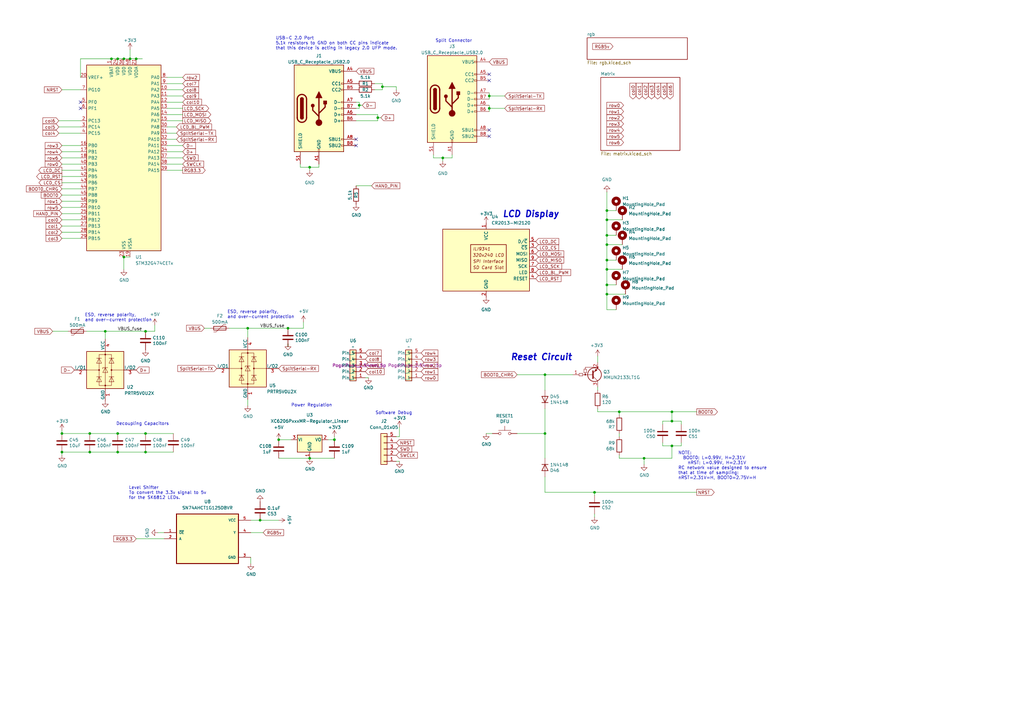
<source format=kicad_sch>
(kicad_sch (version 20231120) (generator "eeschema") (generator_version "8.0")
  (paper "A3")
  (junction (at 59.69 185.42))
  (junction (at 248.92 96.52))
  (junction (at 223.52 153.67))
  (junction (at 275.59 168.91))
  (junction (at 106.68 213.36))
  (junction (at 156.845 35.56))
  (junction (at 36.83 185.42))
  (junction (at 48.26 24.13))
  (junction (at 25.4 185.42))
  (junction (at 264.16 187.96))
  (junction (at 275.59 172.72))
  (junction (at 154.94 48.26))
  (junction (at 147.32 43.18))
  (junction (at 248.92 116.84))
  (junction (at 275.59 182.88))
  (junction (at 43.18 135.89))
  (junction (at 200.66 39.37))
  (junction (at 50.8 105.41))
  (junction (at 254 168.91))
  (junction (at 248.92 100.33))
  (junction (at 248.92 86.36))
  (junction (at 50.8 24.13))
  (junction (at 248.92 110.49))
  (junction (at 48.26 177.8))
  (junction (at 101.6 134.62))
  (junction (at 248.92 106.68))
  (junction (at 45.72 24.13))
  (junction (at 127 187.96) (diameter 0.9144))
  (junction (at 59.69 135.89))
  (junction (at 25.4 177.8))
  (junction (at 243.84 201.93))
  (junction (at 53.34 24.13))
  (junction (at 59.69 177.8))
  (junction (at 55.88 24.13))
  (junction (at 48.26 185.42))
  (junction (at 118.11 134.62))
  (junction (at 181.61 64.77))
  (junction (at 137.16 180.34))
  (junction (at 248.92 120.65))
  (junction (at 200.66 44.45))
  (junction (at 127 68.58))
  (junction (at 36.83 177.8))
  (junction (at 248.92 90.17))
  (junction (at 114.3 180.34))
  (junction (at 223.52 177.8))
  (no_connect (at 146.05 57.15))
  (no_connect (at 200.66 55.88))
  (no_connect (at 146.05 59.69))
  (no_connect (at 200.66 30.48))
  (no_connect (at 200.66 33.02))
  (no_connect (at 33.02 41.91))
  (no_connect (at 200.66 53.34))
  (no_connect (at 33.02 44.45))
  (wire (pts (xy 254 186.69) (xy 254 187.96)))
  (wire (pts (xy 25.4 82.55) (xy 33.02 82.55)))
  (wire (pts (xy 248.92 110.49) (xy 248.92 106.68)))
  (wire (pts (xy 59.69 135.89) (xy 63.5 135.89)))
  (wire (pts (xy 25.4 186.69) (xy 25.4 185.42)))
  (wire (pts (xy 68.58 36.83) (xy 74.93 36.83)))
  (wire (pts (xy 248.92 116.84) (xy 248.92 110.49)))
  (wire (pts (xy 275.59 172.72) (xy 275.59 168.91)))
  (wire (pts (xy 248.92 78.74) (xy 248.92 86.36)))
  (wire (pts (xy 101.6 134.62) (xy 118.11 134.62)))
  (wire (pts (xy 63.5 133.35) (xy 63.5 135.89)))
  (wire (pts (xy 68.58 52.07) (xy 72.39 52.07)))
  (wire (pts (xy 55.88 24.13) (xy 58.42 24.13)))
  (wire (pts (xy 24.13 54.61) (xy 33.02 54.61)))
  (wire (pts (xy 279.4 172.72) (xy 279.4 173.99)))
  (wire (pts (xy 147.32 41.91) (xy 147.32 43.18)))
  (wire (pts (xy 162.56 35.56) (xy 162.56 36.83)))
  (wire (pts (xy 243.84 210.82) (xy 243.84 212.09)))
  (wire (pts (xy 25.4 90.17) (xy 33.02 90.17)))
  (wire (pts (xy 245.11 168.91) (xy 254 168.91)))
  (wire (pts (xy 68.58 44.45) (xy 74.93 44.45)))
  (wire (pts (xy 248.92 96.52) (xy 248.92 90.17)))
  (wire (pts (xy 200.66 44.45) (xy 200.66 45.72)))
  (wire (pts (xy 106.68 213.36) (xy 102.87 213.36)))
  (wire (pts (xy 248.92 100.33) (xy 248.92 96.52)))
  (wire (pts (xy 154.94 49.53) (xy 154.94 48.26)))
  (wire (pts (xy 146.05 46.99) (xy 154.94 46.99)))
  (wire (pts (xy 181.61 64.77) (xy 185.42 64.77)))
  (wire (pts (xy 25.4 64.77) (xy 33.02 64.77)))
  (wire (pts (xy 24.13 52.07) (xy 33.02 52.07)))
  (wire (pts (xy 50.8 24.13) (xy 53.34 24.13)))
  (wire (pts (xy 25.4 176.53) (xy 25.4 177.8)))
  (wire (pts (xy 93.98 134.62) (xy 101.6 134.62)))
  (wire (pts (xy 45.72 24.13) (xy 48.26 24.13)))
  (wire (pts (xy 146.05 76.2) (xy 152.4 76.2)))
  (wire (pts (xy 271.78 172.72) (xy 275.59 172.72)))
  (wire (pts (xy 163.83 175.26) (xy 163.83 179.07)))
  (wire (pts (xy 25.4 87.63) (xy 33.02 87.63)))
  (wire (pts (xy 245.11 160.02) (xy 245.11 158.75)))
  (wire (pts (xy 181.61 66.04) (xy 181.61 64.77)))
  (wire (pts (xy 24.13 49.53) (xy 33.02 49.53)))
  (wire (pts (xy 68.58 49.53) (xy 74.93 49.53)))
  (wire (pts (xy 156.845 36.83) (xy 156.845 35.56)))
  (wire (pts (xy 68.58 67.31) (xy 74.93 67.31)))
  (wire (pts (xy 248.92 120.65) (xy 248.92 127)))
  (wire (pts (xy 248.92 127) (xy 252.73 127)))
  (wire (pts (xy 114.3 213.36) (xy 106.68 213.36)))
  (wire (pts (xy 223.52 177.8) (xy 223.52 187.96)))
  (wire (pts (xy 72.39 54.61) (xy 68.58 54.61)))
  (wire (pts (xy 25.4 97.79) (xy 33.02 97.79)))
  (wire (pts (xy 25.4 85.09) (xy 33.02 85.09)))
  (wire (pts (xy 127 187.96) (xy 137.16 187.96)))
  (wire (pts (xy 248.92 100.33) (xy 255.27 100.33)))
  (wire (pts (xy 25.4 62.23) (xy 33.02 62.23)))
  (wire (pts (xy 156.845 35.56) (xy 162.56 35.56)))
  (wire (pts (xy 137.16 179.07) (xy 137.16 180.34)))
  (wire (pts (xy 223.52 153.67) (xy 234.95 153.67)))
  (wire (pts (xy 177.8 63.5) (xy 177.8 64.77)))
  (wire (pts (xy 53.34 20.32) (xy 53.34 24.13)))
  (wire (pts (xy 275.59 168.91) (xy 285.75 168.91)))
  (wire (pts (xy 25.4 59.69) (xy 33.02 59.69)))
  (wire (pts (xy 248.92 116.84) (xy 248.92 120.65)))
  (wire (pts (xy 50.8 110.49) (xy 50.8 105.41)))
  (wire (pts (xy 68.58 64.77) (xy 74.93 64.77)))
  (wire (pts (xy 83.82 134.62) (xy 86.36 134.62)))
  (wire (pts (xy 163.83 179.07) (xy 162.56 179.07)))
  (wire (pts (xy 271.78 173.99) (xy 271.78 172.72)))
  (wire (pts (xy 223.52 201.93) (xy 243.84 201.93)))
  (wire (pts (xy 48.26 24.13) (xy 50.8 24.13)))
  (wire (pts (xy 36.83 177.8) (xy 25.4 177.8)))
  (wire (pts (xy 271.78 182.88) (xy 271.78 181.61)))
  (wire (pts (xy 146.05 49.53) (xy 154.94 49.53)))
  (wire (pts (xy 200.66 39.37) (xy 207.01 39.37)))
  (wire (pts (xy 68.58 31.75) (xy 74.93 31.75)))
  (wire (pts (xy 254 170.18) (xy 254 168.91)))
  (wire (pts (xy 275.59 182.88) (xy 275.59 187.96)))
  (wire (pts (xy 25.4 72.39) (xy 33.02 72.39)))
  (wire (pts (xy 147.32 43.18) (xy 147.32 44.45)))
  (wire (pts (xy 33.02 24.13) (xy 45.72 24.13)))
  (wire (pts (xy 102.87 218.44) (xy 107.95 218.44)))
  (wire (pts (xy 212.09 153.67) (xy 223.52 153.67)))
  (wire (pts (xy 25.4 74.93) (xy 33.02 74.93)))
  (wire (pts (xy 254 187.96) (xy 264.16 187.96)))
  (wire (pts (xy 101.6 163.83) (xy 101.6 166.37)))
  (wire (pts (xy 256.54 120.65) (xy 248.92 120.65)))
  (wire (pts (xy 25.4 69.85) (xy 33.02 69.85)))
  (wire (pts (xy 50.8 105.41) (xy 53.34 105.41)))
  (wire (pts (xy 200.66 43.18) (xy 200.66 44.45)))
  (wire (pts (xy 102.87 231.14) (xy 102.87 228.6)))
  (wire (pts (xy 245.11 148.59) (xy 245.11 146.05)))
  (wire (pts (xy 68.58 62.23) (xy 74.93 62.23)))
  (wire (pts (xy 114.3 180.34) (xy 119.38 180.34)))
  (wire (pts (xy 134.62 180.34) (xy 137.16 180.34)))
  (wire (pts (xy 21.59 135.89) (xy 27.94 135.89)))
  (wire (pts (xy 68.58 39.37) (xy 74.93 39.37)))
  (wire (pts (xy 243.84 201.93) (xy 285.75 201.93)))
  (wire (pts (xy 118.11 134.62) (xy 124.46 134.62)))
  (wire (pts (xy 275.59 172.72) (xy 279.4 172.72)))
  (wire (pts (xy 201.93 177.8) (xy 199.39 177.8)))
  (wire (pts (xy 146.05 44.45) (xy 147.32 44.45)))
  (wire (pts (xy 55.88 220.98) (xy 67.31 220.98)))
  (wire (pts (xy 33.02 31.75) (xy 33.02 24.13)))
  (wire (pts (xy 124.46 132.08) (xy 124.46 134.62)))
  (wire (pts (xy 200.66 38.1) (xy 200.66 39.37)))
  (wire (pts (xy 130.81 68.58) (xy 130.81 67.31)))
  (wire (pts (xy 154.94 46.99) (xy 154.94 48.26)))
  (wire (pts (xy 68.58 59.69) (xy 74.93 59.69)))
  (wire (pts (xy 177.8 64.77) (xy 181.61 64.77)))
  (wire (pts (xy 162.56 189.23) (xy 163.83 189.23)))
  (wire (pts (xy 248.92 110.49) (xy 255.27 110.49)))
  (wire (pts (xy 264.16 190.5) (xy 264.16 187.96)))
  (wire (pts (xy 123.19 68.58) (xy 127 68.58)))
  (wire (pts (xy 43.18 135.89) (xy 59.69 135.89)))
  (wire (pts (xy 264.16 187.96) (xy 275.59 187.96)))
  (wire (pts (xy 245.11 167.64) (xy 245.11 168.91)))
  (wire (pts (xy 271.78 182.88) (xy 275.59 182.88)))
  (wire (pts (xy 248.92 86.36) (xy 252.73 86.36)))
  (wire (pts (xy 147.32 43.18) (xy 148.59 43.18)))
  (wire (pts (xy 243.84 203.2) (xy 243.84 201.93)))
  (wire (pts (xy 154.94 48.26) (xy 156.21 48.26)))
  (wire (pts (xy 200.66 44.45) (xy 207.01 44.45)))
  (wire (pts (xy 127 187.96) (xy 114.3 187.96)))
  (wire (pts (xy 25.4 80.01) (xy 33.02 80.01)))
  (wire (pts (xy 25.4 77.47) (xy 33.02 77.47)))
  (wire (pts (xy 53.34 24.13) (xy 55.88 24.13)))
  (wire (pts (xy 149.86 154.94) (xy 151.13 154.94)))
  (wire (pts (xy 68.58 46.99) (xy 74.93 46.99)))
  (wire (pts (xy 254 177.8) (xy 254 179.07)))
  (wire (pts (xy 146.05 41.91) (xy 147.32 41.91)))
  (wire (pts (xy 59.69 185.42) (xy 71.12 185.42)))
  (wire (pts (xy 48.26 185.42) (xy 59.69 185.42)))
  (wire (pts (xy 127 68.58) (xy 130.81 68.58)))
  (wire (pts (xy 72.39 57.15) (xy 68.58 57.15)))
  (wire (pts (xy 64.77 218.44) (xy 67.31 218.44)))
  (wire (pts (xy 200.66 39.37) (xy 200.66 40.64)))
  (wire (pts (xy 248.92 90.17) (xy 255.27 90.17)))
  (wire (pts (xy 223.52 167.64) (xy 223.52 177.8)))
  (wire (pts (xy 223.52 160.02) (xy 223.52 153.67)))
  (wire (pts (xy 127 69.85) (xy 127 68.58)))
  (wire (pts (xy 48.26 177.8) (xy 36.83 177.8)))
  (wire (pts (xy 68.58 34.29) (xy 74.93 34.29)))
  (wire (pts (xy 25.4 36.83) (xy 33.02 36.83)))
  (wire (pts (xy 48.26 185.42) (xy 36.83 185.42)))
  (wire (pts (xy 153.67 36.83) (xy 156.845 36.83)))
  (wire (pts (xy 223.52 195.58) (xy 223.52 201.93)))
  (wire (pts (xy 252.73 116.84) (xy 248.92 116.84)))
  (wire (pts (xy 48.26 177.8) (xy 59.69 177.8)))
  (wire (pts (xy 118.11 140.97) (xy 118.11 142.24)))
  (wire (pts (xy 101.6 134.62) (xy 101.6 138.43)))
  (wire (pts (xy 123.19 67.31) (xy 123.19 68.58)))
  (wire (pts (xy 248.92 96.52) (xy 252.73 96.52)))
  (wire (pts (xy 279.4 182.88) (xy 279.4 181.61)))
  (wire (pts (xy 153.67 34.29) (xy 156.845 34.29)))
  (wire (pts (xy 248.92 106.68) (xy 248.92 100.33)))
  (wire (pts (xy 248.92 90.17) (xy 248.92 86.36)))
  (wire (pts (xy 59.69 177.8) (xy 71.12 177.8)))
  (wire (pts (xy 43.18 135.89) (xy 43.18 139.065)))
  (wire (pts (xy 35.56 135.89) (xy 43.18 135.89)))
  (wire (pts (xy 25.4 67.31) (xy 33.02 67.31)))
  (wire (pts (xy 185.42 64.77) (xy 185.42 63.5)))
  (wire (pts (xy 25.4 95.25) (xy 33.02 95.25)))
  (wire (pts (xy 156.845 35.56) (xy 156.845 34.29)))
  (wire (pts (xy 68.58 69.85) (xy 74.93 69.85)))
  (wire (pts (xy 275.59 182.88) (xy 279.4 182.88)))
  (wire (pts (xy 254 168.91) (xy 275.59 168.91)))
  (wire (pts (xy 25.4 92.71) (xy 33.02 92.71)))
  (wire (pts (xy 68.58 41.91) (xy 74.93 41.91)))
  (wire (pts (xy 248.92 106.68) (xy 252.73 106.68)))
  (wire (pts (xy 212.09 177.8) (xy 223.52 177.8)))
  (wire (pts (xy 36.83 185.42) (xy 25.4 185.42)))
  (text "Power Regulation" (at 119.38 167.005 0) (effects (font (size 1.27 1.27)) (justify left bottom)))
  (text "Decoupling Capacitors" (at 47.625 174.625 0) (effects (font (size 1.27 1.27)) (justify left bottom)))
  (text "USB-C 2.0 Port\n5.1k resistors to GND on both CC pins indicate\nthat this device is acting in legacy 2.0 UFP mode." (at 113.03 20.574 0) (effects (font (size 1.27 1.27)) (justify left bottom)))
  (text "ESD, reverse polarity,\nand over-current protection" (at 34.798 132.08 0) (effects (font (size 1.27 1.27)) (justify left bottom)))
  (text "Split Connector" (at 178.562 17.526 0) (effects (font (size 1.27 1.27)) (justify left bottom)))
  (text "Software Debug" (at 153.924 170.18 0) (effects (font (size 1.27 1.27)) (justify left bottom)))
  (text "Level Shifter\nTo convert the 3.3v signal to 5v\nfor the SK6812 LEDs." (at 52.832 204.978 0) (effects (font (size 1.27 1.27)) (justify left bottom)))
  (text "ESD, reverse polarity,\nand over-current protection" (at 93.218 130.81 0) (effects (font (size 1.27 1.27)) (justify left bottom)))
  (text "NOTE:\n  BOOT0: L=0.99V, H=2.31V\n    nRST: L=0.99V, H=2.31V\nRC network value designed to ensure\nthat at time of sampling:\nnRST=2.31V=H, BOOT0=2.75V=H" (at 278.13 196.85 0) (effects (font (size 1.27 1.27)) (justify left bottom)))
  (text "Reset Circuit" (at 209.296 148.082 0) (effects (font (size 2.54 2.54) (thickness 0.508) (bold yes) (italic yes)) (justify left bottom)))
  (text "LCD Display" (at 205.994 89.408 0) (effects (font (size 2.54 2.54) (thickness 0.508) (bold yes) (italic yes)) (justify left bottom)))
  (label "VBUS_fuse" (at 106.68 134.62 0))
  (label "VBUS_fuse" (at 48.26 135.89 0))
  (global_label "SplitSerial-TX" (shape input) (at 88.9 151.13 180) (property "Intersheetrefs" "${INTERSHEET_REFS}" (effects (hide yes))))
  (global_label "LCD_MISO" (shape input) (at 219.71 106.68 0) (property "Intersheetrefs" "${INTERSHEET_REFS}" (effects (hide yes))))
  (global_label "LCD_CS" (shape output) (at 25.4 74.93 180) (property "Intersheetrefs" "${INTERSHEET_REFS}" (effects (hide yes))))
  (global_label "SWCLK" (shape input) (at 74.93 67.31 0) (property "Intersheetrefs" "${INTERSHEET_REFS}" (effects (hide yes))))
  (global_label "VBUS" (shape input) (at 200.66 25.4 0) (property "Intersheetrefs" "${INTERSHEET_REFS}" (effects (hide yes))))
  (global_label "LCD_BL_PWM" (shape input) (at 72.39 52.07 0) (property "Intersheetrefs" "${INTERSHEET_REFS}" (effects (hide yes))))
  (global_label "D-" (shape input) (at 74.93 59.69 0) (property "Intersheetrefs" "${INTERSHEET_REFS}" (effects (hide yes))))
  (global_label "row1" (shape input) (at 255.778 45.72 180) (property "Intersheetrefs" "${INTERSHEET_REFS}" (effects (hide yes))))
  (global_label "VBUS" (shape input) (at 83.82 134.62 180) (property "Intersheetrefs" "${INTERSHEET_REFS}" (effects (hide yes))))
  (global_label "LCD_MOSI" (shape output) (at 74.93 46.99 0) (property "Intersheetrefs" "${INTERSHEET_REFS}" (effects (hide yes))))
  (global_label "BOOT0" (shape output) (at 285.75 168.91 0) (property "Intersheetrefs" "${INTERSHEET_REFS}" (effects (hide yes))))
  (global_label "col9" (shape input) (at 74.93 39.37 0) (property "Intersheetrefs" "${INTERSHEET_REFS}" (effects (hide yes))))
  (global_label "D+" (shape input) (at 74.93 62.23 0) (property "Intersheetrefs" "${INTERSHEET_REFS}" (effects (hide yes))))
  (global_label "col0" (shape input) (at 25.4 90.17 180) (property "Intersheetrefs" "${INTERSHEET_REFS}" (effects (hide yes))))
  (global_label "row2" (shape input) (at 255.778 48.26 180) (property "Intersheetrefs" "${INTERSHEET_REFS}" (effects (hide yes))))
  (global_label "NRST" (shape input) (at 25.4 36.83 180) (property "Intersheetrefs" "${INTERSHEET_REFS}" (effects (hide yes))))
  (global_label "row0" (shape input) (at 172.72 154.94 0) (property "Intersheetrefs" "${INTERSHEET_REFS}" (effects (hide yes))))
  (global_label "SWCLK" (shape input) (at 162.56 186.69 0) (property "Intersheetrefs" "${INTERSHEET_REFS}" (effects (hide yes))))
  (global_label "col10" (shape input) (at 149.86 152.4 0) (property "Intersheetrefs" "${INTERSHEET_REFS}" (effects (hide yes))))
  (global_label "col1" (shape input) (at 25.4 92.71 180) (property "Intersheetrefs" "${INTERSHEET_REFS}" (effects (hide yes))))
  (global_label "RGB3.3" (shape output) (at 74.93 69.85 0) (property "Intersheetrefs" "${INTERSHEET_REFS}" (effects (hide yes))))
  (global_label "row3" (shape input) (at 172.72 147.32 0) (property "Intersheetrefs" "${INTERSHEET_REFS}" (effects (hide yes))))
  (global_label "row1" (shape input) (at 172.72 152.4 0) (property "Intersheetrefs" "${INTERSHEET_REFS}" (effects (hide yes))))
  (global_label "VBUS" (shape input) (at 146.05 29.21 0) (property "Intersheetrefs" "${INTERSHEET_REFS}" (effects (hide yes))))
  (global_label "LCD_CS" (shape input) (at 219.71 101.6 0) (property "Intersheetrefs" "${INTERSHEET_REFS}" (effects (hide yes))))
  (global_label "col8" (shape input) (at 149.86 147.32 0) (property "Intersheetrefs" "${INTERSHEET_REFS}" (effects (hide yes))))
  (global_label "col6" (shape input) (at 274.828 40.64 90) (property "Intersheetrefs" "${INTERSHEET_REFS}" (effects (hide yes))))
  (global_label "col7" (shape input) (at 149.86 144.78 0) (property "Intersheetrefs" "${INTERSHEET_REFS}" (effects (hide yes))))
  (global_label "row2" (shape input) (at 74.93 31.75 0) (property "Intersheetrefs" "${INTERSHEET_REFS}" (effects (hide yes))))
  (global_label "row6" (shape input) (at 25.4 64.77 180) (property "Intersheetrefs" "${INTERSHEET_REFS}" (effects (hide yes))))
  (global_label "RGB3.3" (shape input) (at 55.88 220.98 180) (property "Intersheetrefs" "${INTERSHEET_REFS}" (effects (hide yes))))
  (global_label "col3" (shape input) (at 25.4 97.79 180) (property "Intersheetrefs" "${INTERSHEET_REFS}" (effects (hide yes))))
  (global_label "BOOT0_CHRG" (shape input) (at 212.09 153.67 180) (property "Intersheetrefs" "${INTERSHEET_REFS}" (effects (hide yes))))
  (global_label "col5" (shape input) (at 24.13 52.07 180) (property "Intersheetrefs" "${INTERSHEET_REFS}" (effects (hide yes))))
  (global_label "SplitSerial-TX" (shape input) (at 72.39 54.61 0) (property "Intersheetrefs" "${INTERSHEET_REFS}" (effects (hide yes))))
  (global_label "SWD" (shape input) (at 74.93 64.77 0) (property "Intersheetrefs" "${INTERSHEET_REFS}" (effects (hide yes))))
  (global_label "LCD_SCK" (shape output) (at 74.93 44.45 0) (property "Intersheetrefs" "${INTERSHEET_REFS}" (effects (hide yes))))
  (global_label "col5" (shape input) (at 272.288 40.64 90) (property "Intersheetrefs" "${INTERSHEET_REFS}" (effects (hide yes))))
  (global_label "row4" (shape input) (at 255.778 53.34 180) (property "Intersheetrefs" "${INTERSHEET_REFS}" (effects (hide yes))))
  (global_label "row2" (shape input) (at 172.72 149.86 0) (property "Intersheetrefs" "${INTERSHEET_REFS}" (effects (hide yes))))
  (global_label "SWD" (shape input) (at 162.56 184.15 0) (property "Intersheetrefs" "${INTERSHEET_REFS}" (effects (hide yes))))
  (global_label "RGB5v" (shape input) (at 251.46 19.05 180) (property "Intersheetrefs" "${INTERSHEET_REFS}" (effects (hide yes))))
  (global_label "SplitSerial-RX" (shape input) (at 207.01 44.45 0) (property "Intersheetrefs" "${INTERSHEET_REFS}" (effects (hide yes))))
  (global_label "SplitSerial-RX" (shape input) (at 114.3 151.13 0) (property "Intersheetrefs" "${INTERSHEET_REFS}" (effects (hide yes))))
  (global_label "NRST" (shape input) (at 162.56 181.61 0) (property "Intersheetrefs" "${INTERSHEET_REFS}" (effects (hide yes))))
  (global_label "col9" (shape input) (at 149.86 149.86 0) (property "Intersheetrefs" "${INTERSHEET_REFS}" (effects (hide yes))))
  (global_label "D-" (shape input) (at 148.59 43.18 0) (property "Intersheetrefs" "${INTERSHEET_REFS}" (effects (hide yes))))
  (global_label "row0" (shape input) (at 25.4 67.31 180) (property "Intersheetrefs" "${INTERSHEET_REFS}" (effects (hide yes))))
  (global_label "col2" (shape input) (at 264.668 40.64 90) (property "Intersheetrefs" "${INTERSHEET_REFS}" (effects (hide yes))))
  (global_label "row5" (shape input) (at 255.778 55.88 180) (property "Intersheetrefs" "${INTERSHEET_REFS}" (effects (hide yes))))
  (global_label "BOOT0" (shape input) (at 25.4 80.01 180) (property "Intersheetrefs" "${INTERSHEET_REFS}" (effects (hide yes))))
  (global_label "LCD_BL_PWM" (shape input) (at 219.71 111.76 0) (property "Intersheetrefs" "${INTERSHEET_REFS}" (effects (hide yes))))
  (global_label "row3" (shape input) (at 255.778 50.8 180) (property "Intersheetrefs" "${INTERSHEET_REFS}" (effects (hide yes))))
  (global_label "row5" (shape input) (at 25.4 85.09 180) (property "Intersheetrefs" "${INTERSHEET_REFS}" (effects (hide yes))))
  (global_label "row4" (shape input) (at 25.4 62.23 180) (property "Intersheetrefs" "${INTERSHEET_REFS}" (effects (hide yes))))
  (global_label "col7" (shape input) (at 74.93 34.29 0) (property "Intersheetrefs" "${INTERSHEET_REFS}" (effects (hide yes))))
  (global_label "HAND_PIN" (shape input) (at 152.4 76.2 0) (property "Intersheetrefs" "${INTERSHEET_REFS}" (effects (hide yes))))
  (global_label "col2" (shape input) (at 25.4 95.25 180) (property "Intersheetrefs" "${INTERSHEET_REFS}" (effects (hide yes))))
  (global_label "LCD_MOSI" (shape input) (at 219.71 104.14 0) (property "Intersheetrefs" "${INTERSHEET_REFS}" (effects (hide yes))))
  (global_label "BOOT0_CHRG" (shape input) (at 25.4 77.47 180) (property "Intersheetrefs" "${INTERSHEET_REFS}" (effects (hide yes))))
  (global_label "LCD_DC" (shape input) (at 219.71 99.06 0) (property "Intersheetrefs" "${INTERSHEET_REFS}" (effects (hide yes))))
  (global_label "row4" (shape input) (at 172.72 144.78 0) (property "Intersheetrefs" "${INTERSHEET_REFS}" (effects (hide yes))))
  (global_label "col10" (shape input) (at 74.93 41.91 0) (property "Intersheetrefs" "${INTERSHEET_REFS}" (effects (hide yes))))
  (global_label "col3" (shape input) (at 267.208 40.64 90) (property "Intersheetrefs" "${INTERSHEET_REFS}" (effects (hide yes))))
  (global_label "NRST" (shape output) (at 285.75 201.93 0) (property "Intersheetrefs" "${INTERSHEET_REFS}" (effects (hide yes))))
  (global_label "SplitSerial-RX" (shape input) (at 72.39 57.15 0) (property "Intersheetrefs" "${INTERSHEET_REFS}" (effects (hide yes))))
  (global_label "LCD_DC" (shape output) (at 25.4 69.85 180) (property "Intersheetrefs" "${INTERSHEET_REFS}" (effects (hide yes))))
  (global_label "LCD_RST" (shape output) (at 25.4 72.39 180) (property "Intersheetrefs" "${INTERSHEET_REFS}" (effects (hide yes))))
  (global_label "col1" (shape input) (at 262.128 40.64 90) (property "Intersheetrefs" "${INTERSHEET_REFS}" (effects (hide yes))))
  (global_label "row6" (shape input) (at 255.778 58.42 180) (property "Intersheetrefs" "${INTERSHEET_REFS}" (effects (hide yes))))
  (global_label "D+" (shape input) (at 156.21 48.26 0) (property "Intersheetrefs" "${INTERSHEET_REFS}" (effects (hide yes))))
  (global_label "col4" (shape input) (at 269.748 40.64 90) (property "Intersheetrefs" "${INTERSHEET_REFS}" (effects (hide yes))))
  (global_label "col0" (shape input) (at 259.588 40.64 90) (property "Intersheetrefs" "${INTERSHEET_REFS}" (effects (hide yes))))
  (global_label "D+" (shape input) (at 55.88 151.765 0) (property "Intersheetrefs" "${INTERSHEET_REFS}" (effects (hide yes))))
  (global_label "D-" (shape input) (at 30.48 151.765 180) (property "Intersheetrefs" "${INTERSHEET_REFS}" (effects (hide yes))))
  (global_label "row1" (shape input) (at 25.4 82.55 180) (property "Intersheetrefs" "${INTERSHEET_REFS}" (effects (hide yes))))
  (global_label "RGB5v" (shape input) (at 107.95 218.44 0) (property "Intersheetrefs" "${INTERSHEET_REFS}" (effects (hide yes))))
  (global_label "col6" (shape input) (at 24.13 49.53 180) (property "Intersheetrefs" "${INTERSHEET_REFS}" (effects (hide yes))))
  (global_label "LCD_MISO" (shape output) (at 74.93 49.53 0) (property "Intersheetrefs" "${INTERSHEET_REFS}" (effects (hide yes))))
  (global_label "LCD_SCK" (shape input) (at 219.71 109.22 0) (property "Intersheetrefs" "${INTERSHEET_REFS}" (effects (hide yes))))
  (global_label "HAND_PIN" (shape input) (at 25.4 87.63 180) (property "Intersheetrefs" "${INTERSHEET_REFS}" (effects (hide yes))))
  (global_label "col8" (shape input) (at 74.93 36.83 0) (property "Intersheetrefs" "${INTERSHEET_REFS}" (effects (hide yes))))
  (global_label "row3" (shape input) (at 25.4 59.69 180) (property "Intersheetrefs" "${INTERSHEET_REFS}" (effects (hide yes))))
  (global_label "row0" (shape input) (at 255.778 43.18 180) (property "Intersheetrefs" "${INTERSHEET_REFS}" (effects (hide yes))))
  (global_label "col4" (shape input) (at 24.13 54.61 180) (property "Intersheetrefs" "${INTERSHEET_REFS}" (effects (hide yes))))
  (global_label "LCD_RST" (shape input) (at 219.71 114.3 0) (property "Intersheetrefs" "${INTERSHEET_REFS}" (effects (hide yes))))
  (global_label "SplitSerial-TX" (shape input) (at 207.01 39.37 0) (property "Intersheetrefs" "${INTERSHEET_REFS}" (effects (hide yes))))
  (global_label "VBUS" (shape input) (at 21.59 135.89 180) (property "Intersheetrefs" "${INTERSHEET_REFS}" (effects (hide yes))))
  (symbol (lib_id "Device:R") (at 245.11 163.83 0) (unit 1)
    (property "Reference" "R6" (at 246.888 162.6616 0) (effects (justify left)))
    (property "Value" "120" (at 246.888 164.973 0) (effects (justify left)))
    (property "Footprint" "Resistor_SMD:R_0805_2012Metric" (effects (hide yes)))
  )
  (symbol (lib_id "Device:R") (at 254 182.88 0) (mirror y) (unit 1)
    (property "Reference" "R9" (at 252.222 181.7116 0) (effects (justify left)))
    (property "Value" "68k" (at 252.222 184.023 0) (effects (justify left)))
    (property "Footprint" "Resistor_SMD:R_0805_2012Metric" (effects (hide yes)))
  )
  (symbol (lib_id "power:GND") (at 127 187.96 0) (unit 1)
    (property "Reference" "#PWR015" (effects (hide yes)))
    (property "Value" "GND" (at 127.127 192.3542 0))
  )
  (symbol (lib_id "power:+5V") (at 114.3 180.34 0) (unit 1)
    (property "Reference" "#PWR013" (effects (hide yes)))
    (property "Value" "+5V" (at 114.3 175.26 0))
  )
  (symbol (lib_id "Device:C") (at 137.16 184.15 0) (unit 1)
    (property "Reference" "C109" (at 140.081 182.9816 0) (effects (justify left)))
    (property "Value" "1uF" (at 140.081 185.293 0) (effects (justify left)))
    (property "Footprint" "Capacitor_SMD:C_0402_1005Metric" (effects (hide yes)))
    (property "LCSC" "C307331" (effects (hide yes)))
  )
  (symbol (lib_id "Djinn-rescue:GND-power") (at 264.16 190.5 0) (unit 1)
    (property "Reference" "#PWR086" (effects (hide yes)))
    (property "Value" "GND" (at 264.287 194.8942 0))
  )
  (symbol (lib_id "power:GND") (at 59.69 143.51 0) (unit 1)
    (property "Reference" "#PWR010" (effects (hide yes)))
    (property "Value" "GND" (at 59.69 147.955 0))
  )
  (symbol (lib_id "power:GND") (at 50.8 110.49 0) (unit 1)
    (property "Reference" "#PWR064" (effects (hide yes)))
    (property "Value" "GND" (at 50.927 114.8842 0))
  )
  (symbol (lib_id "power:GND") (at 64.77 218.44 270) (unit 1)
    (property "Reference" "#PWR069" (effects (hide yes)))
    (property "Value" "GND" (at 60.3758 218.567 0))
  )
  (symbol (lib_id "Device:C") (at 59.69 139.7 0) (unit 1)
    (property "Reference" "C110" (at 62.611 138.5316 0) (effects (justify left)))
    (property "Value" "100nF" (at 62.611 140.843 0) (effects (justify left)))
    (property "Footprint" "Capacitor_SMD:C_0402_1005Metric" (effects (hide yes)))
    (property "LCSC" "C307331" (effects (hide yes)))
  )
  (symbol (lib_name "+5V_1") (lib_id "power:+5V") (at 124.46 132.08 0) (unit 1)
    (property "Reference" "#PWR04" (effects (hide yes)))
    (property "Value" "+5V" (at 124.46 127.635 0))
  )
  (symbol (lib_id "power:+3V3") (at 53.34 20.32 0) (unit 1)
    (property "Reference" "#PWR062" (effects (hide yes)))
    (property "Value" "+3V3" (at 53.34 16.51 0))
  )
  (symbol (lib_id "Driver_Display:CR2013-MI2120") (at 199.39 106.68 0) (unit 1)
    (property "Reference" "U4" (at 201.5841 88.9 0) (effects (justify left)))
    (property "Value" "CR2013-MI2120" (at 201.5841 91.44 0) (effects (justify left)))
    (property "Footprint" "Display:CR2013-MI2120" (effects (hide yes)))
    (property "Datasheet" "http://pan.baidu.com/s/11Y990" (effects (hide yes)))
    (property "Description" "ILI9341 controller, SPI TFT LCD Display, 9-pin breakout PCB, 4-pin SD card interface, 5V/3.3V" (effects (hide yes)))
  )
  (symbol (lib_id "Device:C") (at 36.83 181.61 0) (unit 1)
    (property "Reference" "C46" (at 39.751 180.4416 0) (effects (justify left)))
    (property "Value" "100nF" (at 39.751 182.753 0) (effects (justify left)))
    (property "Footprint" "Capacitor_SMD:C_0402_1005Metric" (effects (hide yes)))
    (property "LCSC" "C307331" (effects (hide yes)))
  )
  (symbol (lib_id "Mechanical:MountingHole_Pad") (at 252.73 124.46 0) (unit 1) (exclude_from_sim yes) (in_bom no)
    (property "Reference" "H9" (at 255.27 121.9199 0) (effects (justify left)))
    (property "Value" "MountingHole_Pad" (at 255.27 124.4599 0) (effects (justify left)))
    (property "Footprint" "MountingHole:MountingHole_3.2mm_M3_DIN965_Pad" (effects (hide yes)))
    (property "Description" "Mounting Hole with connection" (effects (hide yes)))
  )
  (symbol (lib_id "Connector:USB_C_Receptacle_USB2.0") (at 130.81 44.45 0) (unit 1)
    (property "Reference" "J1" (at 130.81 22.86 0))
    (property "Value" "USB_C_Receptacle_USB2.0" (at 130.81 25.4 0))
    (property "Footprint" "PCM_marbastlib-various:USB_C_Receptacle_HRO_TYPE-C-31-M-14" (effects (hide yes)))
    (property "Datasheet" "https://www.usb.org/sites/default/files/documents/usb_type-c.zip" (effects (hide yes)))
    (property "JlcRotOffset" "180" (effects (hide yes)))
    (property "JlcPosOffset" "0,1.5" (effects (hide yes)))
  )
  (symbol (lib_id "Mechanical:MountingHole_Pad") (at 256.54 118.11 0) (unit 1) (exclude_from_sim yes) (in_bom no)
    (property "Reference" "H8" (at 259.08 115.5699 0) (effects (justify left)))
    (property "Value" "MountingHole_Pad" (at 259.08 118.1099 0) (effects (justify left)))
    (property "Footprint" "MountingHole:MountingHole_3.2mm_M3_DIN965_Pad" (effects (hide yes)))
    (property "Description" "Mounting Hole with connection" (effects (hide yes)))
  )
  (symbol (lib_id "power:GND") (at 118.11 140.97 0) (unit 1)
    (property "Reference" "#PWR060" (effects (hide yes)))
    (property "Value" "GND" (at 118.11 145.415 0))
  )
  (symbol (lib_id "Device:C") (at 114.3 184.15 0) (mirror y) (unit 1)
    (property "Reference" "C108" (at 111.379 182.9816 0) (effects (justify left)))
    (property "Value" "1uF" (at 111.379 185.293 0) (effects (justify left)))
    (property "Footprint" "Capacitor_SMD:C_0402_1005Metric" (effects (hide yes)))
    (property "LCSC" "C307331" (effects (hide yes)))
  )
  (symbol (lib_id "power:GND") (at 25.4 186.69 0) (unit 1)
    (property "Reference" "#PWR02" (effects (hide yes)))
    (property "Value" "GND" (at 25.527 191.0842 0))
  )
  (symbol (lib_id "Power_Protection:PRTR5V0U2X") (at 43.18 151.765 0) (unit 1)
    (property "Reference" "U2" (at 53.34 158.75 0))
    (property "Value" "PRTR5V0U2X" (at 57.15 161.29 0))
    (property "Footprint" "Package_TO_SOT_SMD:SOT-143" (effects (hide yes)))
    (property "Datasheet" "https://assets.nexperia.com/documents/data-sheet/PRTR5V0U2X.pdf" (effects (hide yes)))
    (property "LCSC" "C2827688" (effects (hide yes)))
    (property "JlcRotOffset" "90" (effects (hide yes)))
  )
  (symbol (lib_name "+5V_1") (lib_id "power:+5V") (at 114.3 213.36 270) (mirror x) (unit 1)
    (property "Reference" "#PWR07" (effects (hide yes)))
    (property "Value" "+5V" (at 118.745 213.36 0))
  )
  (symbol (lib_id "Device:R") (at 146.05 80.01 0) (unit 1)
    (property "Reference" "R5" (at 146.05 80.01 90))
    (property "Value" "5.1k" (at 143.51 80.01 90))
    (property "Footprint" "Resistor_SMD:R_0402_1005Metric" (effects (hide yes)))
  )
  (symbol (lib_id "Mechanical:MountingHole_Pad") (at 252.73 93.98 0) (unit 1) (exclude_from_sim yes) (in_bom no)
    (property "Reference" "H3" (at 255.27 91.4399 0) (effects (justify left)))
    (property "Value" "MountingHole_Pad" (at 255.27 93.9799 0) (effects (justify left)))
    (property "Footprint" "MountingHole:MountingHole_3.2mm_M3_DIN965_Pad" (effects (hide yes)))
    (property "Description" "Mounting Hole with connection" (effects (hide yes)))
  )
  (symbol (lib_id "power:+3V3") (at 163.83 175.26 0) (mirror y) (unit 1)
    (property "Reference" "#PWR065" (effects (hide yes)))
    (property "Value" "+3V3" (at 163.83 171.45 0))
  )
  (symbol (lib_id "SN74AHCT1G125DBVR:SN74AHCT1G125DBVR") (at 85.09 220.98 0) (unit 1)
    (property "Reference" "U8" (at 85.09 205.74 0))
    (property "Value" "SN74AHCT1G125DBVR" (at 85.09 208.28 0))
    (property "Footprint" "SN74AHCT1G125DBVR:SOT95P280X145-5N" (effects (hide yes)))
    (property "MF" "Texas Instruments" (effects (hide yes)))
    (property "Description_1" "\n                        \n                            Single 4.5-V to 5.5-V buffer with TTL-compatible CMOS inputs and 3-state outputs\n                        \n" (effects (hide yes)))
    (property "Package" "SOT-23-5 Texas Instruments" (effects (hide yes)))
    (property "Price" "None" (effects (hide yes)))
    (property "SnapEDA_Link" "https://www.snapeda.com/parts/SN74AHCT1G125DBVR/Texas+Instruments/view-part/?ref=snap" (effects (hide yes)))
    (property "MP" "SN74AHCT1G125DBVR" (effects (hide yes)))
    (property "Availability" "In Stock" (effects (hide yes)))
    (property "Check_prices" "https://www.snapeda.com/parts/SN74AHCT1G125DBVR/Texas+Instruments/view-part/?ref=eda" (effects (hide yes)))
  )
  (symbol (lib_id "Device:C") (at 71.12 181.61 0) (unit 1)
    (property "Reference" "C49" (at 74.041 180.4416 0) (effects (justify left)))
    (property "Value" "100nF" (at 74.041 182.753 0) (effects (justify left)))
    (property "Footprint" "Capacitor_SMD:C_0402_1005Metric" (effects (hide yes)))
    (property "LCSC" "C307331" (effects (hide yes)))
  )
  (symbol (lib_id "Mechanical:MountingHole_Pad") (at 255.27 107.95 0) (unit 1) (exclude_from_sim yes) (in_bom no)
    (property "Reference" "H6" (at 257.81 105.4099 0) (effects (justify left)))
    (property "Value" "MountingHole_Pad" (at 257.81 107.9499 0) (effects (justify left)))
    (property "Footprint" "MountingHole:MountingHole_3.2mm_M3_DIN965_Pad" (effects (hide yes)))
    (property "Description" "Mounting Hole with connection" (effects (hide yes)))
  )
  (symbol (lib_id "power:GND") (at 163.83 189.23 0) (unit 1)
    (property "Reference" "#PWR070" (effects (hide yes)))
    (property "Value" "GND" (at 163.83 193.294 0))
  )
  (symbol (lib_id "Device:C") (at 243.84 207.01 0) (mirror x) (unit 1)
    (property "Reference" "C52" (at 246.761 208.1784 0) (effects (justify left)))
    (property "Value" "100n" (at 246.761 205.867 0) (effects (justify left)))
    (property "Footprint" "Capacitor_SMD:C_0805_2012Metric" (effects (hide yes)))
  )
  (symbol (lib_id "Device:Q_PNP_BEC_BRT") (at 243.84 153.67 0) (mirror x) (unit 1)
    (property "Reference" "Q3" (at 247.396 152.5016 0) (effects (justify left)))
    (property "Value" "MMUN2133LT1G" (at 247.396 154.813 0) (effects (justify left)))
    (property "Footprint" "Package_TO_SOT_SMD:SOT-23-3" (effects (hide yes)))
  )
  (symbol (lib_id "Device:D") (at 223.52 163.83 90) (unit 1)
    (property "Reference" "D45" (at 225.552 162.6616 90) (effects (justify right)))
    (property "Value" "1N4148" (at 225.552 164.973 90) (effects (justify right)))
    (property "Footprint" "Diode_SMD:D_SOD-123" (effects (hide yes)))
  )
  (symbol (lib_id "Device:Polyfuse") (at 31.75 135.89 90) (unit 1)
    (property "Reference" "F1" (at 31.75 130.81 90))
    (property "Value" "500mA" (at 31.75 133.35 90))
    (property "Footprint" "Fuse:Fuse_1206_3216Metric" (effects (hide yes)))
    (property "LCSC" "C135341" (effects (hide yes)))
  )
  (symbol (lib_name "+5V_1") (lib_id "power:+5V") (at 63.5 133.35 0) (unit 1)
    (property "Reference" "#PWR09" (effects (hide yes)))
    (property "Value" "+5V" (at 63.5 128.905 0))
  )
  (symbol (lib_id "Device:Polyfuse") (at 90.17 134.62 90) (unit 1)
    (property "Reference" "F2" (at 90.17 129.54 90))
    (property "Value" "500mA" (at 90.17 132.08 90))
    (property "Footprint" "Fuse:Fuse_1206_3216Metric" (effects (hide yes)))
    (property "LCSC" "C135341" (effects (hide yes)))
  )
  (symbol (lib_id "power:+3V3") (at 137.16 179.07 0) (unit 1)
    (property "Reference" "#PWR012" (effects (hide yes)))
    (property "Value" "+3V3" (at 137.16 175.26 0))
  )
  (symbol (lib_id "Power_Protection:PRTR5V0U2X") (at 101.6 151.13 0) (unit 1)
    (property "Reference" "U5" (at 111.76 158.115 0))
    (property "Value" "PRTR5V0U2X" (at 115.57 160.655 0))
    (property "Footprint" "Package_TO_SOT_SMD:SOT-143" (effects (hide yes)))
    (property "Datasheet" "https://assets.nexperia.com/documents/data-sheet/PRTR5V0U2X.pdf" (effects (hide yes)))
    (property "LCSC" "C2827688" (effects (hide yes)))
    (property "JlcRotOffset" "90" (effects (hide yes)))
  )
  (symbol (lib_id "power:GND") (at 43.18 164.465 0) (unit 1)
    (property "Reference" "#PWR014" (effects (hide yes)))
    (property "Value" "GND" (at 43.307 168.8592 0))
  )
  (symbol (lib_id "Mechanical:MountingHole_Pad") (at 255.27 87.63 0) (unit 1) (exclude_from_sim yes) (in_bom no)
    (property "Reference" "H2" (at 257.81 85.0899 0) (effects (justify left)))
    (property "Value" "MountingHole_Pad" (at 257.81 87.6299 0) (effects (justify left)))
    (property "Footprint" "MountingHole:MountingHole_3.2mm_M3_DIN965_Pad" (effects (hide yes)))
    (property "Description" "Mounting Hole with connection" (effects (hide yes)))
  )
  (symbol (lib_id "Device:C") (at 25.4 181.61 0) (unit 1)
    (property "Reference" "C45" (at 28.321 180.4416 0) (effects (justify left)))
    (property "Value" "10uF" (at 28.321 182.753 0) (effects (justify left)))
    (property "Footprint" "Capacitor_SMD:C_0603_1608Metric" (effects (hide yes)))
    (property "LCSC" "C307331" (effects (hide yes)))
  )
  (symbol (lib_id "power:+3V3") (at 25.4 176.53 0) (unit 1)
    (property "Reference" "#PWR01" (effects (hide yes)))
    (property "Value" "+3V3" (at 25.4 172.72 0))
  )
  (symbol (lib_id "power:GND") (at 101.6 166.37 0) (unit 1)
    (property "Reference" "#PWR061" (effects (hide yes)))
    (property "Value" "GND" (at 101.727 170.7642 0))
  )
  (symbol (lib_id "Device:R") (at 254 173.99 180) (unit 1)
    (property "Reference" "R7" (at 252.222 175.1584 0) (effects (justify left)))
    (property "Value" "68k" (at 252.222 172.847 0) (effects (justify left)))
    (property "Footprint" "Resistor_SMD:R_0805_2012Metric" (effects (hide yes)))
  )
  (symbol (lib_id "Device:D") (at 223.52 191.77 90) (mirror x) (unit 1)
    (property "Reference" "D46" (at 225.552 192.9384 90) (effects (justify right)))
    (property "Value" "1N4148" (at 225.552 190.627 90) (effects (justify right)))
    (property "Footprint" "Diode_SMD:D_SOD-123" (effects (hide yes)))
  )
  (symbol (lib_id "Device:R") (at 149.86 34.29 270) (unit 1)
    (property "Reference" "R1" (at 149.86 34.29 90))
    (property "Value" "5.1k" (at 149.86 31.75 90))
    (property "Footprint" "Resistor_SMD:R_0402_1005Metric" (effects (hide yes)))
  )
  (symbol (lib_id "power:GND") (at 162.56 36.83 0) (unit 1)
    (property "Reference" "#PWR05" (effects (hide yes)))
    (property "Value" "GND" (at 162.56 41.275 0))
  )
  (symbol (lib_id "Device:C") (at 59.69 181.61 0) (unit 1)
    (property "Reference" "C48" (at 62.611 180.4416 0) (effects (justify left)))
    (property "Value" "100nF" (at 62.611 182.753 0) (effects (justify left)))
    (property "Footprint" "Capacitor_SMD:C_0402_1005Metric" (effects (hide yes)))
    (property "LCSC" "C307331" (effects (hide yes)))
  )
  (symbol (lib_id "Device:R") (at 149.86 36.83 90) (unit 1)
    (property "Reference" "R2" (at 149.86 36.83 90))
    (property "Value" "5.1k" (at 149.86 39.37 90))
    (property "Footprint" "Resistor_SMD:R_0402_1005Metric" (effects (hide yes)))
  )
  (symbol (lib_id "Device:C") (at 271.78 177.8 180) (unit 1)
    (property "Reference" "C50" (at 268.859 178.9684 0) (effects (justify left)))
    (property "Value" "100n" (at 268.859 176.657 0) (effects (justify left)))
    (property "Footprint" "Capacitor_SMD:C_0805_2012Metric" (effects (hide yes)))
  )
  (symbol (lib_id "power:GND") (at 146.05 83.82 0) (unit 1)
    (property "Reference" "#PWR066" (effects (hide yes)))
    (property "Value" "GND" (at 146.177 88.2142 0))
  )
  (symbol (lib_id "Device:C") (at 48.26 181.61 0) (unit 1)
    (property "Reference" "C47" (at 51.181 180.4416 0) (effects (justify left)))
    (property "Value" "100nF" (at 51.181 182.753 0) (effects (justify left)))
    (property "Footprint" "Capacitor_SMD:C_0402_1005Metric" (effects (hide yes)))
    (property "LCSC" "C307331" (effects (hide yes)))
  )
  (symbol (lib_id "Mechanical:MountingHole_Pad") (at 255.27 97.79 0) (unit 1) (exclude_from_sim yes) (in_bom no)
    (property "Reference" "H4" (at 257.81 95.2499 0) (effects (justify left)))
    (property "Value" "MountingHole_Pad" (at 257.81 97.7899 0) (effects (justify left)))
    (property "Footprint" "MountingHole:MountingHole_3.2mm_M3_DIN965_Pad" (effects (hide yes)))
    (property "Description" "Mounting Hole with connection" (effects (hide yes)))
  )
  (symbol (lib_id "kicad-keyboard-parts:XC6206PxxxMR-Regulator_Linear") (at 127 180.34 0) (unit 1)
    (property "Reference" "U3" (at 127 170.18 0))
    (property "Value" "XC6206PxxxMR-Regulator_Linear" (at 127 172.72 0))
    (property "Footprint" "Package_TO_SOT_SMD:SOT-23" (effects (hide yes)))
    (property "Datasheet" "https://www.torexsemi.com/file/xc6206/XC6206.pdf" (effects (hide yes)))
    (property "LCSC" "C5446" (effects (hide yes)))
  )
  (symbol (lib_id "Connector:USB_C_Receptacle_USB2.0") (at 185.42 40.64 0) (unit 1)
    (property "Reference" "J3" (at 185.42 19.05 0))
    (property "Value" "USB_C_Receptacle_USB2.0" (at 185.42 21.59 0))
    (property "Footprint" "PCM_marbastlib-various:USB_C_Receptacle_HRO_TYPE-C-31-M-14" (effects (hide yes)))
    (property "Datasheet" "https://www.usb.org/sites/default/files/documents/usb_type-c.zip" (effects (hide yes)))
    (property "JlcRotOffset" "180" (effects (hide yes)))
    (property "JlcPosOffset" "0,1.5" (effects (hide yes)))
  )
  (symbol (lib_id "Djinn-rescue:+3V3-power") (at 245.11 146.05 0) (mirror y) (unit 1)
    (property "Reference" "#PWR068" (effects (hide yes)))
    (property "Value" "+3V3" (at 244.729 141.6558 0))
  )
  (symbol (lib_id "Connector_Generic:Conn_01x05") (at 157.48 184.15 180) (unit 1)
    (property "Reference" "J2" (at 157.48 172.72 0))
    (property "Value" "Conn_01x05" (at 157.48 175.26 0))
    (property "Footprint" "Connector_PinHeader_2.54mm:PinHeader_1x05_P2.54mm_Vertical" (effects (hide yes)))
    (property "Description" "Generic connector, single row, 01x05, script generated (kicad-library-utils/schlib/autogen/connector/)" (effects (hide yes)))
  )
  (symbol (lib_id "Device:C") (at 118.11 138.43 0) (unit 1)
    (property "Reference" "C100" (at 121.031 137.2616 0) (effects (justify left)))
    (property "Value" "100nF" (at 121.031 139.573 0) (effects (justify left)))
    (property "Footprint" "Capacitor_SMD:C_0402_1005Metric" (effects (hide yes)))
    (property "LCSC" "C307331" (effects (hide yes)))
  )
  (symbol (lib_id "Pogo:Pogo_2.54mm_5p") (at 170.18 149.86 180) (unit 1)
    (property "Reference" "U7" (at 167.64 139.7 0))
    (property "Value" "~" (at 167.64 142.24 0))
    (property "Footprint" "Pogo:Pogo_2.54mm_5p" (at 170.18 149.86 0))
  )
  (symbol (lib_id "Djinn-rescue:GND-power") (at 243.84 212.09 0) (unit 1)
    (property "Reference" "#PWR087" (effects (hide yes)))
    (property "Value" "GND" (at 243.967 216.4842 0))
  )
  (symbol (lib_name "GND_1") (lib_id "power:GND") (at 248.92 78.74 180) (unit 1)
    (property "Reference" "#PWR067" (effects (hide yes)))
    (property "Value" "GND" (at 248.92 73.66 0))
    (property "Description" "Power symbol creates a global label with name \"GND\" , ground" (effects (hide yes)))
  )
  (symbol (lib_id "Device:C") (at 106.68 209.55 0) (mirror x) (unit 1)
    (property "Reference" "C53" (at 109.601 210.7184 0) (effects (justify left)))
    (property "Value" "0.1uF" (at 109.601 208.407 0) (effects (justify left)))
    (property "Footprint" "Capacitor_SMD:C_0402_1005Metric" (effects (hide yes)))
    (property "LCSC" "C307331" (effects (hide yes)))
  )
  (symbol (lib_id "Pogo:Pogo_2.54mm_5p") (at 147.32 149.86 180) (unit 1)
    (property "Reference" "U6" (at 144.78 139.7 0))
    (property "Value" "~" (at 144.78 142.24 0))
    (property "Footprint" "Pogo:Pogo_2.54mm_5p" (at 147.32 149.86 0))
  )
  (symbol (lib_id "Mechanical:MountingHole_Pad") (at 252.73 83.82 0) (unit 1) (exclude_from_sim yes) (in_bom no)
    (property "Reference" "H1" (at 255.27 81.2799 0) (effects (justify left)))
    (property "Value" "MountingHole_Pad" (at 255.27 83.8199 0) (effects (justify left)))
    (property "Footprint" "MountingHole:MountingHole_3.2mm_M3_DIN965_Pad" (effects (hide yes)))
    (property "Description" "Mounting Hole with connection" (effects (hide yes)))
  )
  (symbol (lib_id "power:+3V3") (at 199.39 91.44 0) (mirror y) (unit 1)
    (property "Reference" "#PWR03" (effects (hide yes)))
    (property "Value" "+3V3" (at 199.39 87.63 0))
  )
  (symbol (lib_id "Djinn-rescue:GND-power") (at 199.39 177.8 0) (unit 1)
    (property "Reference" "#PWR071" (effects (hide yes)))
    (property "Value" "GND" (at 199.517 182.1942 0))
  )
  (symbol (lib_id "Device:C") (at 279.4 177.8 0) (mirror x) (unit 1)
    (property "Reference" "C51" (at 282.321 178.9684 0) (effects (justify left)))
    (property "Value" "100n" (at 282.321 176.657 0) (effects (justify left)))
    (property "Footprint" "Capacitor_SMD:C_0805_2012Metric" (effects (hide yes)))
  )
  (symbol (lib_id "MCU_ST_STM32G4:STM32G474CETx") (at 50.8 64.77 0) (unit 1)
    (property "Reference" "U1" (at 55.5341 105.41 0) (effects (justify left)))
    (property "Value" "STM32G474CETx" (at 55.5341 107.95 0) (effects (justify left)))
    (property "Footprint" "Package_QFP:LQFP-48_7x7mm_P0.5mm" (effects (hide yes)))
    (property "Datasheet" "https://www.st.com/resource/en/datasheet/stm32g474ce.pdf" (effects (hide yes)))
    (property "Description" "STMicroelectronics Arm Cortex-M4 MCU, 512KB flash, 128KB RAM, 170 MHz, 1.71-3.6V, 38 GPIO, LQFP48" (effects (hide yes)))
  )
  (symbol (lib_id "power:GND") (at 151.13 154.94 0) (unit 1)
    (property "Reference" "#PWR081" (effects (hide yes)))
    (property "Value" "GND" (at 151.13 159.004 0))
  )
  (symbol (lib_id "power:GND") (at 199.39 121.92 0) (unit 1)
    (property "Reference" "#PWR073" (effects (hide yes)))
    (property "Value" "GND" (at 199.39 127 0))
  )
  (symbol (lib_id "power:GND") (at 106.68 205.74 0) (mirror x) (unit 1)
    (property "Reference" "#PWR06" (effects (hide yes)))
    (property "Value" "GND" (at 106.807 201.3458 0))
  )
  (symbol (lib_id "power:GND") (at 127 69.85 0) (unit 1)
    (property "Reference" "#PWR011" (effects (hide yes)))
    (property "Value" "GND" (at 127 74.93 0))
  )
  (symbol (lib_id "Mechanical:MountingHole_Pad") (at 252.73 114.3 0) (unit 1) (exclude_from_sim yes) (in_bom no)
    (property "Reference" "H7" (at 255.27 111.7599 0) (effects (justify left)))
    (property "Value" "MountingHole_Pad" (at 255.27 114.2999 0) (effects (justify left)))
    (property "Footprint" "MountingHole:MountingHole_3.2mm_M3_DIN965_Pad" (effects (hide yes)))
    (property "Description" "Mounting Hole with connection" (effects (hide yes)))
  )
  (symbol (lib_id "power:GND") (at 181.61 66.04 0) (unit 1)
    (property "Reference" "#PWR08" (effects (hide yes)))
    (property "Value" "GND" (at 181.61 71.12 0))
  )
  (symbol (lib_id "Switch:SW_Push") (at 207.01 177.8 0) (unit 1)
    (property "Reference" "RESET1" (at 207.01 170.561 0))
    (property "Value" "DFU" (at 207.01 172.8724 0))
    (property "Footprint" "Button_Switch_SMD:SW_SPST_TL3342" (effects (hide yes)))
  )
  (symbol (lib_id "Mechanical:MountingHole_Pad") (at 252.73 104.14 0) (unit 1) (exclude_from_sim yes) (in_bom no)
    (property "Reference" "H5" (at 255.27 101.5999 0) (effects (justify left)))
    (property "Value" "MountingHole_Pad" (at 255.27 104.1399 0) (effects (justify left)))
    (property "Footprint" "MountingHole:MountingHole_3.2mm_M3_DIN965_Pad" (effects (hide yes)))
    (property "Description" "Mounting Hole with connection" (effects (hide yes)))
  )
  (symbol (lib_id "power:GND") (at 102.87 231.14 0) (unit 1)
    (property "Reference" "#PWR072" (effects (hide yes)))
    (property "Value" "GND" (at 102.997 235.5342 0))
  )
  (sheet (at 246.38 31.75) (size 32.512 29.972) (stroke (width 0.1524))
    (property "Sheetname" "Matrix" (at 246.38 31.0384 0) (effects (justify left bottom)))
    (property "Sheetfile" "matrix.kicad_sch" (at 246.38 62.3066 0) (effects (justify left top)))
  )
  (sheet (at 240.792 15.494) (size 41.148 8.89) (stroke (width 0.1524))
    (property "Sheetname" "rgb" (at 240.792 14.7824 0) (effects (justify left bottom)))
    (property "Sheetfile" "rgb.kicad_sch" (at 240.792 24.9686 0) (effects (justify left top)))
  )
)
</source>
